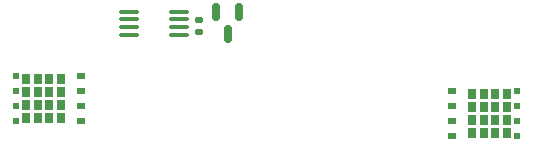
<source format=gbr>
%TF.GenerationSoftware,KiCad,Pcbnew,6.0.2+dfsg-1*%
%TF.CreationDate,2023-02-05T15:08:22-05:00*%
%TF.ProjectId,LTC4414-battery-backup-test,4c544334-3431-4342-9d62-617474657279,rev?*%
%TF.SameCoordinates,Original*%
%TF.FileFunction,Paste,Top*%
%TF.FilePolarity,Positive*%
%FSLAX46Y46*%
G04 Gerber Fmt 4.6, Leading zero omitted, Abs format (unit mm)*
G04 Created by KiCad (PCBNEW 6.0.2+dfsg-1) date 2023-02-05 15:08:22*
%MOMM*%
%LPD*%
G01*
G04 APERTURE LIST*
G04 Aperture macros list*
%AMRoundRect*
0 Rectangle with rounded corners*
0 $1 Rounding radius*
0 $2 $3 $4 $5 $6 $7 $8 $9 X,Y pos of 4 corners*
0 Add a 4 corners polygon primitive as box body*
4,1,4,$2,$3,$4,$5,$6,$7,$8,$9,$2,$3,0*
0 Add four circle primitives for the rounded corners*
1,1,$1+$1,$2,$3*
1,1,$1+$1,$4,$5*
1,1,$1+$1,$6,$7*
1,1,$1+$1,$8,$9*
0 Add four rect primitives between the rounded corners*
20,1,$1+$1,$2,$3,$4,$5,0*
20,1,$1+$1,$4,$5,$6,$7,0*
20,1,$1+$1,$6,$7,$8,$9,0*
20,1,$1+$1,$8,$9,$2,$3,0*%
G04 Aperture macros list end*
%ADD10RoundRect,0.100000X-0.712500X-0.100000X0.712500X-0.100000X0.712500X0.100000X-0.712500X0.100000X0*%
%ADD11RoundRect,0.135000X0.185000X-0.135000X0.185000X0.135000X-0.185000X0.135000X-0.185000X-0.135000X0*%
%ADD12R,0.780000X0.900000*%
%ADD13R,0.650000X0.500000*%
%ADD14R,0.550000X0.500000*%
%ADD15RoundRect,0.150000X-0.150000X0.587500X-0.150000X-0.587500X0.150000X-0.587500X0.150000X0.587500X0*%
G04 APERTURE END LIST*
D10*
%TO.C,U1*%
X80437500Y-89195000D03*
X80437500Y-89845000D03*
X80437500Y-90495000D03*
X80437500Y-91145000D03*
X84662500Y-91145000D03*
X84662500Y-90495000D03*
X84662500Y-89845000D03*
X84662500Y-89195000D03*
%TD*%
D11*
%TO.C,R1*%
X86360000Y-90934000D03*
X86360000Y-89914000D03*
%TD*%
D12*
%TO.C,Q2*%
X112430000Y-99440000D03*
X110470000Y-98340000D03*
X112430000Y-98340000D03*
X109490000Y-99440000D03*
X112430000Y-96140000D03*
X110470000Y-99440000D03*
X109490000Y-96140000D03*
X111450000Y-98340000D03*
X111450000Y-99440000D03*
X110470000Y-96140000D03*
X110470000Y-97240000D03*
X112430000Y-97240000D03*
X109490000Y-97240000D03*
X109490000Y-98340000D03*
X111450000Y-97240000D03*
X111450000Y-96140000D03*
D13*
X107740000Y-95885000D03*
X107740000Y-97155000D03*
X107740000Y-98425000D03*
X107740000Y-99695000D03*
D14*
X113290000Y-97155000D03*
X113290000Y-99695000D03*
X113290000Y-95885000D03*
X113290000Y-98425000D03*
%TD*%
D12*
%TO.C,Q1*%
X71720000Y-94870000D03*
X73680000Y-95970000D03*
X71720000Y-95970000D03*
X74660000Y-94870000D03*
X71720000Y-98170000D03*
X73680000Y-94870000D03*
X74660000Y-98170000D03*
X72700000Y-95970000D03*
X72700000Y-94870000D03*
X73680000Y-98170000D03*
X73680000Y-97070000D03*
X71720000Y-97070000D03*
X74660000Y-97070000D03*
X74660000Y-95970000D03*
X72700000Y-97070000D03*
X72700000Y-98170000D03*
D13*
X76410000Y-98425000D03*
X76410000Y-97155000D03*
X76410000Y-95885000D03*
X76410000Y-94615000D03*
D14*
X70860000Y-97155000D03*
X70860000Y-94615000D03*
X70860000Y-98425000D03*
X70860000Y-95885000D03*
%TD*%
D15*
%TO.C,D1*%
X89723000Y-89232500D03*
X87823000Y-89232500D03*
X88773000Y-91107500D03*
%TD*%
M02*

</source>
